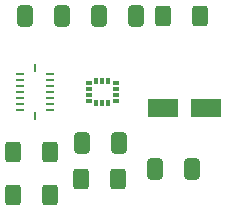
<source format=gbr>
%TF.GenerationSoftware,KiCad,Pcbnew,9.0.6*%
%TF.CreationDate,2026-01-18T05:45:19-03:00*%
%TF.ProjectId,dual IMU_moduleV2,6475616c-2049-44d5-955f-6d6f64756c65,rev?*%
%TF.SameCoordinates,Original*%
%TF.FileFunction,Paste,Top*%
%TF.FilePolarity,Positive*%
%FSLAX46Y46*%
G04 Gerber Fmt 4.6, Leading zero omitted, Abs format (unit mm)*
G04 Created by KiCad (PCBNEW 9.0.6) date 2026-01-18 05:45:19*
%MOMM*%
%LPD*%
G01*
G04 APERTURE LIST*
G04 Aperture macros list*
%AMRoundRect*
0 Rectangle with rounded corners*
0 $1 Rounding radius*
0 $2 $3 $4 $5 $6 $7 $8 $9 X,Y pos of 4 corners*
0 Add a 4 corners polygon primitive as box body*
4,1,4,$2,$3,$4,$5,$6,$7,$8,$9,$2,$3,0*
0 Add four circle primitives for the rounded corners*
1,1,$1+$1,$2,$3*
1,1,$1+$1,$4,$5*
1,1,$1+$1,$6,$7*
1,1,$1+$1,$8,$9*
0 Add four rect primitives between the rounded corners*
20,1,$1+$1,$2,$3,$4,$5,0*
20,1,$1+$1,$4,$5,$6,$7,0*
20,1,$1+$1,$6,$7,$8,$9,0*
20,1,$1+$1,$8,$9,$2,$3,0*%
G04 Aperture macros list end*
%ADD10RoundRect,0.250000X-1.050000X-0.550000X1.050000X-0.550000X1.050000X0.550000X-1.050000X0.550000X0*%
%ADD11RoundRect,0.250000X0.400000X0.625000X-0.400000X0.625000X-0.400000X-0.625000X0.400000X-0.625000X0*%
%ADD12RoundRect,0.250000X-0.412500X-0.650000X0.412500X-0.650000X0.412500X0.650000X-0.412500X0.650000X0*%
%ADD13RoundRect,0.250000X-0.400000X-0.625000X0.400000X-0.625000X0.400000X0.625000X-0.400000X0.625000X0*%
%ADD14RoundRect,0.062500X-0.275000X0.062500X-0.275000X-0.062500X0.275000X-0.062500X0.275000X0.062500X0*%
%ADD15RoundRect,0.062500X-0.062500X0.275000X-0.062500X-0.275000X0.062500X-0.275000X0.062500X0.275000X0*%
%ADD16R,0.600000X0.300000*%
%ADD17R,0.300000X0.600000*%
G04 APERTURE END LIST*
D10*
%TO.C,C6*%
X147490000Y-80740000D03*
X151090000Y-80740000D03*
%TD*%
D11*
%TO.C,R3*%
X137860000Y-88100000D03*
X134760000Y-88100000D03*
%TD*%
D12*
%TO.C,C3*%
X140607500Y-83720000D03*
X143732500Y-83720000D03*
%TD*%
D13*
%TO.C,R1*%
X147470000Y-72980000D03*
X150570000Y-72980000D03*
%TD*%
D11*
%TO.C,R4*%
X137860000Y-84500000D03*
X134760000Y-84500000D03*
%TD*%
%TO.C,R2*%
X143650000Y-86790000D03*
X140550000Y-86790000D03*
%TD*%
D14*
%TO.C,U1*%
X137890000Y-77910000D03*
X137890000Y-78410000D03*
X137890000Y-78910000D03*
X137890000Y-79410000D03*
X137890000Y-79910000D03*
X137890000Y-80410000D03*
X137890000Y-80910000D03*
D15*
X136627500Y-81422500D03*
D14*
X135365000Y-80910000D03*
X135365000Y-80410000D03*
X135365000Y-79910000D03*
X135365000Y-79410000D03*
X135365000Y-78910000D03*
X135365000Y-78410000D03*
X135365000Y-77910000D03*
D15*
X136627500Y-77397500D03*
%TD*%
D12*
%TO.C,C4*%
X146787500Y-85910000D03*
X149912500Y-85910000D03*
%TD*%
%TO.C,C1*%
X142057500Y-72960000D03*
X145182500Y-72960000D03*
%TD*%
%TO.C,C2*%
X135757500Y-72960000D03*
X138882500Y-72960000D03*
%TD*%
D16*
%TO.C,AC1*%
X141150000Y-78650000D03*
X141150000Y-79150000D03*
X141150000Y-79650000D03*
X141150000Y-80150000D03*
D17*
X141800000Y-80300000D03*
X142300000Y-80300000D03*
X142800000Y-80300000D03*
D16*
X143450000Y-80150000D03*
X143450000Y-79650000D03*
X143450000Y-79150000D03*
X143450000Y-78650000D03*
D17*
X142800000Y-78500000D03*
X142300000Y-78500000D03*
X141800000Y-78500000D03*
%TD*%
M02*

</source>
